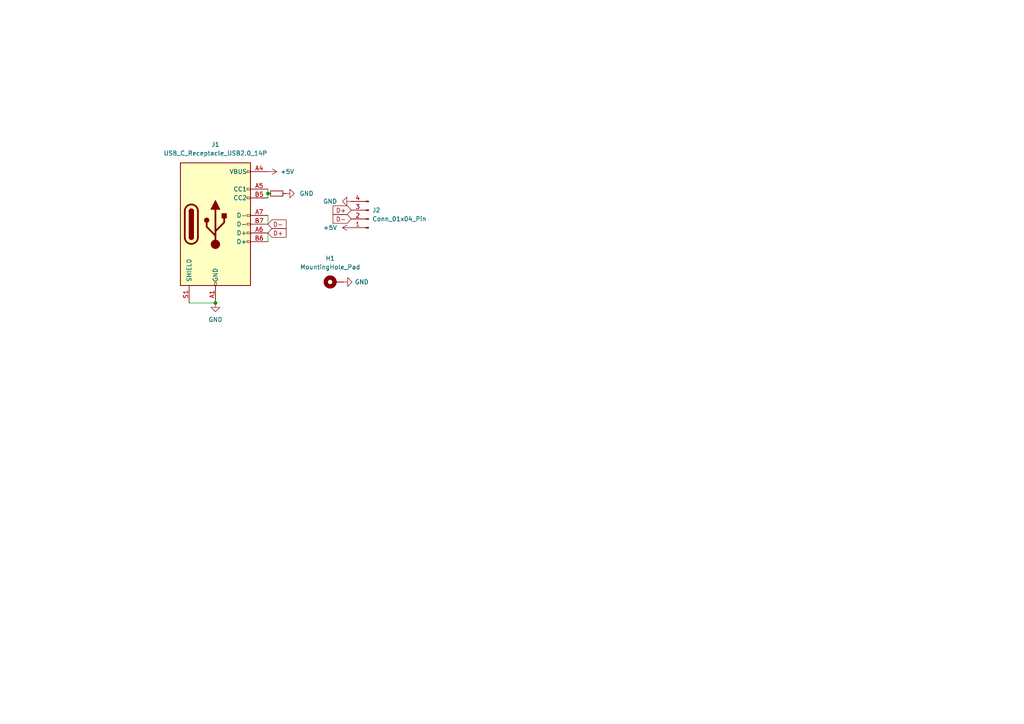
<source format=kicad_sch>
(kicad_sch
	(version 20240602)
	(generator "eeschema")
	(generator_version "8.99")
	(uuid "bbb0e3dd-9370-49a4-81ed-7ad2d4491072")
	(paper "A4")
	(lib_symbols
		(symbol "Connector:Conn_01x04_Pin"
			(pin_names
				(offset 1.016) hide)
			(exclude_from_sim no)
			(in_bom yes)
			(on_board yes)
			(property "Reference" "J"
				(at 0 5.08 0)
				(effects
					(font
						(size 1.27 1.27)
					)
				)
			)
			(property "Value" "Conn_01x04_Pin"
				(at 0 -7.62 0)
				(effects
					(font
						(size 1.27 1.27)
					)
				)
			)
			(property "Footprint" ""
				(at 0 0 0)
				(effects
					(font
						(size 1.27 1.27)
					)
					(hide yes)
				)
			)
			(property "Datasheet" "~"
				(at 0 0 0)
				(effects
					(font
						(size 1.27 1.27)
					)
					(hide yes)
				)
			)
			(property "Description" "Generic connector, single row, 01x04, script generated"
				(at 0 0 0)
				(effects
					(font
						(size 1.27 1.27)
					)
					(hide yes)
				)
			)
			(property "ki_locked" ""
				(at 0 0 0)
				(effects
					(font
						(size 1.27 1.27)
					)
				)
			)
			(property "ki_keywords" "connector"
				(at 0 0 0)
				(effects
					(font
						(size 1.27 1.27)
					)
					(hide yes)
				)
			)
			(property "ki_fp_filters" "Connector*:*_1x??_*"
				(at 0 0 0)
				(effects
					(font
						(size 1.27 1.27)
					)
					(hide yes)
				)
			)
			(symbol "Conn_01x04_Pin_1_1"
				(rectangle
					(start 0.8636 2.667)
					(end 0 2.413)
					(stroke
						(width 0.1524)
						(type default)
					)
					(fill
						(type outline)
					)
				)
				(rectangle
					(start 0.8636 0.127)
					(end 0 -0.127)
					(stroke
						(width 0.1524)
						(type default)
					)
					(fill
						(type outline)
					)
				)
				(rectangle
					(start 0.8636 -2.413)
					(end 0 -2.667)
					(stroke
						(width 0.1524)
						(type default)
					)
					(fill
						(type outline)
					)
				)
				(rectangle
					(start 0.8636 -4.953)
					(end 0 -5.207)
					(stroke
						(width 0.1524)
						(type default)
					)
					(fill
						(type outline)
					)
				)
				(polyline
					(pts
						(xy 1.27 2.54) (xy 0.8636 2.54)
					)
					(stroke
						(width 0.1524)
						(type default)
					)
					(fill
						(type none)
					)
				)
				(polyline
					(pts
						(xy 1.27 0) (xy 0.8636 0)
					)
					(stroke
						(width 0.1524)
						(type default)
					)
					(fill
						(type none)
					)
				)
				(polyline
					(pts
						(xy 1.27 -2.54) (xy 0.8636 -2.54)
					)
					(stroke
						(width 0.1524)
						(type default)
					)
					(fill
						(type none)
					)
				)
				(polyline
					(pts
						(xy 1.27 -5.08) (xy 0.8636 -5.08)
					)
					(stroke
						(width 0.1524)
						(type default)
					)
					(fill
						(type none)
					)
				)
				(pin passive line
					(at 5.08 2.54 180)
					(length 3.81)
					(name "Pin_1"
						(effects
							(font
								(size 1.27 1.27)
							)
						)
					)
					(number "1"
						(effects
							(font
								(size 1.27 1.27)
							)
						)
					)
				)
				(pin passive line
					(at 5.08 0 180)
					(length 3.81)
					(name "Pin_2"
						(effects
							(font
								(size 1.27 1.27)
							)
						)
					)
					(number "2"
						(effects
							(font
								(size 1.27 1.27)
							)
						)
					)
				)
				(pin passive line
					(at 5.08 -2.54 180)
					(length 3.81)
					(name "Pin_3"
						(effects
							(font
								(size 1.27 1.27)
							)
						)
					)
					(number "3"
						(effects
							(font
								(size 1.27 1.27)
							)
						)
					)
				)
				(pin passive line
					(at 5.08 -5.08 180)
					(length 3.81)
					(name "Pin_4"
						(effects
							(font
								(size 1.27 1.27)
							)
						)
					)
					(number "4"
						(effects
							(font
								(size 1.27 1.27)
							)
						)
					)
				)
			)
		)
		(symbol "Connector:USB_C_Receptacle_USB2.0_14P"
			(pin_names
				(offset 1.016)
			)
			(exclude_from_sim no)
			(in_bom yes)
			(on_board yes)
			(property "Reference" "J"
				(at 0 22.225 0)
				(effects
					(font
						(size 1.27 1.27)
					)
				)
			)
			(property "Value" "USB_C_Receptacle_USB2.0_14P"
				(at 0 19.685 0)
				(effects
					(font
						(size 1.27 1.27)
					)
				)
			)
			(property "Footprint" ""
				(at 3.81 0 0)
				(effects
					(font
						(size 1.27 1.27)
					)
					(hide yes)
				)
			)
			(property "Datasheet" "https://www.usb.org/sites/default/files/documents/usb_type-c.zip"
				(at 3.81 0 0)
				(effects
					(font
						(size 1.27 1.27)
					)
					(hide yes)
				)
			)
			(property "Description" "USB 2.0-only 14P Type-C Receptacle connector"
				(at 0 0 0)
				(effects
					(font
						(size 1.27 1.27)
					)
					(hide yes)
				)
			)
			(property "ki_keywords" "usb universal serial bus type-C USB2.0"
				(at 0 0 0)
				(effects
					(font
						(size 1.27 1.27)
					)
					(hide yes)
				)
			)
			(property "ki_fp_filters" "USB*C*Receptacle*"
				(at 0 0 0)
				(effects
					(font
						(size 1.27 1.27)
					)
					(hide yes)
				)
			)
			(symbol "USB_C_Receptacle_USB2.0_14P_0_0"
				(rectangle
					(start -0.254 -17.78)
					(end 0.254 -16.764)
					(stroke
						(width 0)
						(type default)
					)
					(fill
						(type none)
					)
				)
				(rectangle
					(start 10.16 15.494)
					(end 9.144 14.986)
					(stroke
						(width 0)
						(type default)
					)
					(fill
						(type none)
					)
				)
				(rectangle
					(start 10.16 10.414)
					(end 9.144 9.906)
					(stroke
						(width 0)
						(type default)
					)
					(fill
						(type none)
					)
				)
				(rectangle
					(start 10.16 7.874)
					(end 9.144 7.366)
					(stroke
						(width 0)
						(type default)
					)
					(fill
						(type none)
					)
				)
				(rectangle
					(start 10.16 2.794)
					(end 9.144 2.286)
					(stroke
						(width 0)
						(type default)
					)
					(fill
						(type none)
					)
				)
				(rectangle
					(start 10.16 0.254)
					(end 9.144 -0.254)
					(stroke
						(width 0)
						(type default)
					)
					(fill
						(type none)
					)
				)
				(rectangle
					(start 10.16 -2.286)
					(end 9.144 -2.794)
					(stroke
						(width 0)
						(type default)
					)
					(fill
						(type none)
					)
				)
				(rectangle
					(start 10.16 -4.826)
					(end 9.144 -5.334)
					(stroke
						(width 0)
						(type default)
					)
					(fill
						(type none)
					)
				)
			)
			(symbol "USB_C_Receptacle_USB2.0_14P_0_1"
				(rectangle
					(start -10.16 17.78)
					(end 10.16 -17.78)
					(stroke
						(width 0.254)
						(type default)
					)
					(fill
						(type background)
					)
				)
				(polyline
					(pts
						(xy -8.89 -3.81) (xy -8.89 3.81)
					)
					(stroke
						(width 0.508)
						(type default)
					)
					(fill
						(type none)
					)
				)
				(rectangle
					(start -7.62 -3.81)
					(end -6.35 3.81)
					(stroke
						(width 0.254)
						(type default)
					)
					(fill
						(type outline)
					)
				)
				(arc
					(start -7.62 3.81)
					(mid -6.985 4.4423)
					(end -6.35 3.81)
					(stroke
						(width 0.254)
						(type default)
					)
					(fill
						(type none)
					)
				)
				(arc
					(start -7.62 3.81)
					(mid -6.985 4.4423)
					(end -6.35 3.81)
					(stroke
						(width 0.254)
						(type default)
					)
					(fill
						(type outline)
					)
				)
				(arc
					(start -8.89 3.81)
					(mid -6.985 5.7067)
					(end -5.08 3.81)
					(stroke
						(width 0.508)
						(type default)
					)
					(fill
						(type none)
					)
				)
				(arc
					(start -5.08 -3.81)
					(mid -6.985 -5.7067)
					(end -8.89 -3.81)
					(stroke
						(width 0.508)
						(type default)
					)
					(fill
						(type none)
					)
				)
				(arc
					(start -6.35 -3.81)
					(mid -6.985 -4.4423)
					(end -7.62 -3.81)
					(stroke
						(width 0.254)
						(type default)
					)
					(fill
						(type none)
					)
				)
				(arc
					(start -6.35 -3.81)
					(mid -6.985 -4.4423)
					(end -7.62 -3.81)
					(stroke
						(width 0.254)
						(type default)
					)
					(fill
						(type outline)
					)
				)
				(polyline
					(pts
						(xy -5.08 3.81) (xy -5.08 -3.81)
					)
					(stroke
						(width 0.508)
						(type default)
					)
					(fill
						(type none)
					)
				)
				(circle
					(center -2.54 1.143)
					(radius 0.635)
					(stroke
						(width 0.254)
						(type default)
					)
					(fill
						(type outline)
					)
				)
				(polyline
					(pts
						(xy -1.27 4.318) (xy 0 6.858) (xy 1.27 4.318) (xy -1.27 4.318)
					)
					(stroke
						(width 0.254)
						(type default)
					)
					(fill
						(type outline)
					)
				)
				(polyline
					(pts
						(xy 0 -2.032) (xy 2.54 0.508) (xy 2.54 1.778)
					)
					(stroke
						(width 0.508)
						(type default)
					)
					(fill
						(type none)
					)
				)
				(polyline
					(pts
						(xy 0 -3.302) (xy -2.54 -0.762) (xy -2.54 0.508)
					)
					(stroke
						(width 0.508)
						(type default)
					)
					(fill
						(type none)
					)
				)
				(polyline
					(pts
						(xy 0 -5.842) (xy 0 4.318)
					)
					(stroke
						(width 0.508)
						(type default)
					)
					(fill
						(type none)
					)
				)
				(circle
					(center 0 -5.842)
					(radius 1.27)
					(stroke
						(width 0)
						(type default)
					)
					(fill
						(type outline)
					)
				)
				(rectangle
					(start 1.905 1.778)
					(end 3.175 3.048)
					(stroke
						(width 0.254)
						(type default)
					)
					(fill
						(type outline)
					)
				)
			)
			(symbol "USB_C_Receptacle_USB2.0_14P_1_1"
				(pin passive line
					(at -7.62 -22.86 90)
					(length 5.08)
					(name "SHIELD"
						(effects
							(font
								(size 1.27 1.27)
							)
						)
					)
					(number "S1"
						(effects
							(font
								(size 1.27 1.27)
							)
						)
					)
				)
				(pin passive line
					(at 0 -22.86 90)
					(length 5.08)
					(name "GND"
						(effects
							(font
								(size 1.27 1.27)
							)
						)
					)
					(number "A1"
						(effects
							(font
								(size 1.27 1.27)
							)
						)
					)
				)
				(pin passive line
					(at 0 -22.86 90)
					(length 5.08) hide
					(name "GND"
						(effects
							(font
								(size 1.27 1.27)
							)
						)
					)
					(number "A12"
						(effects
							(font
								(size 1.27 1.27)
							)
						)
					)
				)
				(pin passive line
					(at 0 -22.86 90)
					(length 5.08) hide
					(name "GND"
						(effects
							(font
								(size 1.27 1.27)
							)
						)
					)
					(number "B1"
						(effects
							(font
								(size 1.27 1.27)
							)
						)
					)
				)
				(pin passive line
					(at 0 -22.86 90)
					(length 5.08) hide
					(name "GND"
						(effects
							(font
								(size 1.27 1.27)
							)
						)
					)
					(number "B12"
						(effects
							(font
								(size 1.27 1.27)
							)
						)
					)
				)
				(pin passive line
					(at 15.24 15.24 180)
					(length 5.08)
					(name "VBUS"
						(effects
							(font
								(size 1.27 1.27)
							)
						)
					)
					(number "A4"
						(effects
							(font
								(size 1.27 1.27)
							)
						)
					)
				)
				(pin passive line
					(at 15.24 15.24 180)
					(length 5.08) hide
					(name "VBUS"
						(effects
							(font
								(size 1.27 1.27)
							)
						)
					)
					(number "A9"
						(effects
							(font
								(size 1.27 1.27)
							)
						)
					)
				)
				(pin passive line
					(at 15.24 15.24 180)
					(length 5.08) hide
					(name "VBUS"
						(effects
							(font
								(size 1.27 1.27)
							)
						)
					)
					(number "B4"
						(effects
							(font
								(size 1.27 1.27)
							)
						)
					)
				)
				(pin passive line
					(at 15.24 15.24 180)
					(length 5.08) hide
					(name "VBUS"
						(effects
							(font
								(size 1.27 1.27)
							)
						)
					)
					(number "B9"
						(effects
							(font
								(size 1.27 1.27)
							)
						)
					)
				)
				(pin bidirectional line
					(at 15.24 10.16 180)
					(length 5.08)
					(name "CC1"
						(effects
							(font
								(size 1.27 1.27)
							)
						)
					)
					(number "A5"
						(effects
							(font
								(size 1.27 1.27)
							)
						)
					)
				)
				(pin bidirectional line
					(at 15.24 7.62 180)
					(length 5.08)
					(name "CC2"
						(effects
							(font
								(size 1.27 1.27)
							)
						)
					)
					(number "B5"
						(effects
							(font
								(size 1.27 1.27)
							)
						)
					)
				)
				(pin bidirectional line
					(at 15.24 2.54 180)
					(length 5.08)
					(name "D-"
						(effects
							(font
								(size 1.27 1.27)
							)
						)
					)
					(number "A7"
						(effects
							(font
								(size 1.27 1.27)
							)
						)
					)
				)
				(pin bidirectional line
					(at 15.24 0 180)
					(length 5.08)
					(name "D-"
						(effects
							(font
								(size 1.27 1.27)
							)
						)
					)
					(number "B7"
						(effects
							(font
								(size 1.27 1.27)
							)
						)
					)
				)
				(pin bidirectional line
					(at 15.24 -2.54 180)
					(length 5.08)
					(name "D+"
						(effects
							(font
								(size 1.27 1.27)
							)
						)
					)
					(number "A6"
						(effects
							(font
								(size 1.27 1.27)
							)
						)
					)
				)
				(pin bidirectional line
					(at 15.24 -5.08 180)
					(length 5.08)
					(name "D+"
						(effects
							(font
								(size 1.27 1.27)
							)
						)
					)
					(number "B6"
						(effects
							(font
								(size 1.27 1.27)
							)
						)
					)
				)
			)
		)
		(symbol "Device:R_Small"
			(pin_numbers hide)
			(pin_names
				(offset 0.254) hide)
			(exclude_from_sim no)
			(in_bom yes)
			(on_board yes)
			(property "Reference" "R"
				(at 0.762 0.508 0)
				(effects
					(font
						(size 1.27 1.27)
					)
					(justify left)
				)
			)
			(property "Value" "R_Small"
				(at 0.762 -1.016 0)
				(effects
					(font
						(size 1.27 1.27)
					)
					(justify left)
				)
			)
			(property "Footprint" ""
				(at 0 0 0)
				(effects
					(font
						(size 1.27 1.27)
					)
					(hide yes)
				)
			)
			(property "Datasheet" "~"
				(at 0 0 0)
				(effects
					(font
						(size 1.27 1.27)
					)
					(hide yes)
				)
			)
			(property "Description" "Resistor, small symbol"
				(at 0 0 0)
				(effects
					(font
						(size 1.27 1.27)
					)
					(hide yes)
				)
			)
			(property "ki_keywords" "R resistor"
				(at 0 0 0)
				(effects
					(font
						(size 1.27 1.27)
					)
					(hide yes)
				)
			)
			(property "ki_fp_filters" "R_*"
				(at 0 0 0)
				(effects
					(font
						(size 1.27 1.27)
					)
					(hide yes)
				)
			)
			(symbol "R_Small_0_1"
				(rectangle
					(start -0.762 1.778)
					(end 0.762 -1.778)
					(stroke
						(width 0.2032)
						(type default)
					)
					(fill
						(type none)
					)
				)
			)
			(symbol "R_Small_1_1"
				(pin passive line
					(at 0 2.54 270)
					(length 0.762)
					(name "~"
						(effects
							(font
								(size 1.27 1.27)
							)
						)
					)
					(number "1"
						(effects
							(font
								(size 1.27 1.27)
							)
						)
					)
				)
				(pin passive line
					(at 0 -2.54 90)
					(length 0.762)
					(name "~"
						(effects
							(font
								(size 1.27 1.27)
							)
						)
					)
					(number "2"
						(effects
							(font
								(size 1.27 1.27)
							)
						)
					)
				)
			)
		)
		(symbol "Mechanical:MountingHole_Pad"
			(pin_numbers hide)
			(pin_names
				(offset 1.016) hide)
			(exclude_from_sim yes)
			(in_bom no)
			(on_board yes)
			(property "Reference" "H"
				(at 0 6.35 0)
				(effects
					(font
						(size 1.27 1.27)
					)
				)
			)
			(property "Value" "MountingHole_Pad"
				(at 0 4.445 0)
				(effects
					(font
						(size 1.27 1.27)
					)
				)
			)
			(property "Footprint" ""
				(at 0 0 0)
				(effects
					(font
						(size 1.27 1.27)
					)
					(hide yes)
				)
			)
			(property "Datasheet" "~"
				(at 0 0 0)
				(effects
					(font
						(size 1.27 1.27)
					)
					(hide yes)
				)
			)
			(property "Description" "Mounting Hole with connection"
				(at 0 0 0)
				(effects
					(font
						(size 1.27 1.27)
					)
					(hide yes)
				)
			)
			(property "ki_keywords" "mounting hole"
				(at 0 0 0)
				(effects
					(font
						(size 1.27 1.27)
					)
					(hide yes)
				)
			)
			(property "ki_fp_filters" "MountingHole*Pad*"
				(at 0 0 0)
				(effects
					(font
						(size 1.27 1.27)
					)
					(hide yes)
				)
			)
			(symbol "MountingHole_Pad_0_1"
				(circle
					(center 0 1.27)
					(radius 1.27)
					(stroke
						(width 1.27)
						(type default)
					)
					(fill
						(type none)
					)
				)
			)
			(symbol "MountingHole_Pad_1_1"
				(pin input line
					(at 0 -2.54 90)
					(length 2.54)
					(name "1"
						(effects
							(font
								(size 1.27 1.27)
							)
						)
					)
					(number "1"
						(effects
							(font
								(size 1.27 1.27)
							)
						)
					)
				)
			)
		)
		(symbol "power:+5V"
			(power)
			(pin_numbers hide)
			(pin_names
				(offset 0) hide)
			(exclude_from_sim no)
			(in_bom yes)
			(on_board yes)
			(property "Reference" "#PWR"
				(at 0 -3.81 0)
				(effects
					(font
						(size 1.27 1.27)
					)
					(hide yes)
				)
			)
			(property "Value" "+5V"
				(at 0 3.556 0)
				(effects
					(font
						(size 1.27 1.27)
					)
				)
			)
			(property "Footprint" ""
				(at 0 0 0)
				(effects
					(font
						(size 1.27 1.27)
					)
					(hide yes)
				)
			)
			(property "Datasheet" ""
				(at 0 0 0)
				(effects
					(font
						(size 1.27 1.27)
					)
					(hide yes)
				)
			)
			(property "Description" "Power symbol creates a global label with name \"+5V\""
				(at 0 0 0)
				(effects
					(font
						(size 1.27 1.27)
					)
					(hide yes)
				)
			)
			(property "ki_keywords" "global power"
				(at 0 0 0)
				(effects
					(font
						(size 1.27 1.27)
					)
					(hide yes)
				)
			)
			(symbol "+5V_0_1"
				(polyline
					(pts
						(xy -0.762 1.27) (xy 0 2.54)
					)
					(stroke
						(width 0)
						(type default)
					)
					(fill
						(type none)
					)
				)
				(polyline
					(pts
						(xy 0 2.54) (xy 0.762 1.27)
					)
					(stroke
						(width 0)
						(type default)
					)
					(fill
						(type none)
					)
				)
				(polyline
					(pts
						(xy 0 0) (xy 0 2.54)
					)
					(stroke
						(width 0)
						(type default)
					)
					(fill
						(type none)
					)
				)
			)
			(symbol "+5V_1_1"
				(pin power_in line
					(at 0 0 90)
					(length 0)
					(name "~"
						(effects
							(font
								(size 1.27 1.27)
							)
						)
					)
					(number "1"
						(effects
							(font
								(size 1.27 1.27)
							)
						)
					)
				)
			)
		)
		(symbol "power:GND"
			(power)
			(pin_numbers hide)
			(pin_names
				(offset 0) hide)
			(exclude_from_sim no)
			(in_bom yes)
			(on_board yes)
			(property "Reference" "#PWR"
				(at 0 -6.35 0)
				(effects
					(font
						(size 1.27 1.27)
					)
					(hide yes)
				)
			)
			(property "Value" "GND"
				(at 0 -3.81 0)
				(effects
					(font
						(size 1.27 1.27)
					)
				)
			)
			(property "Footprint" ""
				(at 0 0 0)
				(effects
					(font
						(size 1.27 1.27)
					)
					(hide yes)
				)
			)
			(property "Datasheet" ""
				(at 0 0 0)
				(effects
					(font
						(size 1.27 1.27)
					)
					(hide yes)
				)
			)
			(property "Description" "Power symbol creates a global label with name \"GND\" , ground"
				(at 0 0 0)
				(effects
					(font
						(size 1.27 1.27)
					)
					(hide yes)
				)
			)
			(property "ki_keywords" "global power"
				(at 0 0 0)
				(effects
					(font
						(size 1.27 1.27)
					)
					(hide yes)
				)
			)
			(symbol "GND_0_1"
				(polyline
					(pts
						(xy 0 0) (xy 0 -1.27) (xy 1.27 -1.27) (xy 0 -2.54) (xy -1.27 -1.27) (xy 0 -1.27)
					)
					(stroke
						(width 0)
						(type default)
					)
					(fill
						(type none)
					)
				)
			)
			(symbol "GND_1_1"
				(pin power_in line
					(at 0 0 270)
					(length 0)
					(name "~"
						(effects
							(font
								(size 1.27 1.27)
							)
						)
					)
					(number "1"
						(effects
							(font
								(size 1.27 1.27)
							)
						)
					)
				)
			)
		)
	)
	(junction
		(at 77.724 56.134)
		(diameter 0)
		(color 0 0 0 0)
		(uuid "549c35c6-fdec-49e1-a704-a47f3dcd5448")
	)
	(junction
		(at 62.484 87.884)
		(diameter 0)
		(color 0 0 0 0)
		(uuid "b42b1ad4-c6dd-4fe9-8512-217703a0d3ee")
	)
	(wire
		(pts
			(xy 77.724 67.564) (xy 77.724 70.104)
		)
		(stroke
			(width 0)
			(type default)
		)
		(uuid "3cba5f59-69b2-45a1-98d9-299b78cd233f")
	)
	(wire
		(pts
			(xy 54.864 87.884) (xy 62.484 87.884)
		)
		(stroke
			(width 0)
			(type default)
		)
		(uuid "59bc7094-dae5-49fd-8ec8-25f94a3217c3")
	)
	(wire
		(pts
			(xy 77.724 54.864) (xy 77.724 56.134)
		)
		(stroke
			(width 0)
			(type default)
		)
		(uuid "69c59bbe-9eea-4d57-a99d-1577f7fffa98")
	)
	(wire
		(pts
			(xy 77.724 56.134) (xy 77.724 57.404)
		)
		(stroke
			(width 0)
			(type default)
		)
		(uuid "a7328228-7be7-4d5b-9519-b53405c9d465")
	)
	(wire
		(pts
			(xy 77.724 62.484) (xy 77.724 65.024)
		)
		(stroke
			(width 0)
			(type default)
		)
		(uuid "a75dc8cf-4097-48c9-840a-83b85ae0a807")
	)
	(global_label "D+"
		(shape input)
		(at 101.854 60.96 180)
		(fields_autoplaced yes)
		(effects
			(font
				(size 1.27 1.27)
			)
			(justify right)
		)
		(uuid "302ed4a9-75e5-4135-a81c-cf462670c95a")
		(property "Intersheetrefs" "${INTERSHEET_REFS}"
			(at 96.0264 60.96 0)
			(effects
				(font
					(size 1.27 1.27)
				)
				(justify right)
				(hide yes)
			)
		)
	)
	(global_label "D-"
		(shape input)
		(at 101.854 63.5 180)
		(fields_autoplaced yes)
		(effects
			(font
				(size 1.27 1.27)
			)
			(justify right)
		)
		(uuid "83097575-1809-4521-843e-0b7d1328cd52")
		(property "Intersheetrefs" "${INTERSHEET_REFS}"
			(at 96.0264 63.5 0)
			(effects
				(font
					(size 1.27 1.27)
				)
				(justify right)
				(hide yes)
			)
		)
	)
	(global_label "D+"
		(shape input)
		(at 77.724 67.564 0)
		(fields_autoplaced yes)
		(effects
			(font
				(size 1.27 1.27)
			)
			(justify left)
		)
		(uuid "bda05d86-1266-45a4-8472-09571017cf68")
		(property "Intersheetrefs" "${INTERSHEET_REFS}"
			(at 83.5516 67.564 0)
			(effects
				(font
					(size 1.27 1.27)
				)
				(justify left)
				(hide yes)
			)
		)
	)
	(global_label "D-"
		(shape input)
		(at 77.724 65.024 0)
		(fields_autoplaced yes)
		(effects
			(font
				(size 1.27 1.27)
			)
			(justify left)
		)
		(uuid "ee84f7ba-651e-4e38-9844-a8b958675abf")
		(property "Intersheetrefs" "${INTERSHEET_REFS}"
			(at 83.5516 65.024 0)
			(effects
				(font
					(size 1.27 1.27)
				)
				(justify left)
				(hide yes)
			)
		)
	)
	(symbol
		(lib_id "power:GND")
		(at 101.854 58.42 270)
		(unit 1)
		(exclude_from_sim no)
		(in_bom yes)
		(on_board yes)
		(dnp no)
		(fields_autoplaced yes)
		(uuid "0b434a6e-19f0-4fec-885f-b5503eaaa069")
		(property "Reference" "#PWR05"
			(at 95.504 58.42 0)
			(effects
				(font
					(size 1.27 1.27)
				)
				(hide yes)
			)
		)
		(property "Value" "GND"
			(at 97.79 58.4199 90)
			(effects
				(font
					(size 1.27 1.27)
				)
				(justify right)
			)
		)
		(property "Footprint" ""
			(at 101.854 58.42 0)
			(effects
				(font
					(size 1.27 1.27)
				)
				(hide yes)
			)
		)
		(property "Datasheet" ""
			(at 101.854 58.42 0)
			(effects
				(font
					(size 1.27 1.27)
				)
				(hide yes)
			)
		)
		(property "Description" "Power symbol creates a global label with name \"GND\" , ground"
			(at 101.854 58.42 0)
			(effects
				(font
					(size 1.27 1.27)
				)
				(hide yes)
			)
		)
		(pin "1"
			(uuid "ad5b3658-2112-4d08-957f-bc06619d8978")
		)
		(instances
			(project "dtb"
				(path "/bbb0e3dd-9370-49a4-81ed-7ad2d4491072"
					(reference "#PWR05")
					(unit 1)
				)
			)
		)
	)
	(symbol
		(lib_id "power:GND")
		(at 82.804 56.134 90)
		(unit 1)
		(exclude_from_sim no)
		(in_bom yes)
		(on_board yes)
		(dnp no)
		(fields_autoplaced yes)
		(uuid "1bc67015-35a4-44a4-846c-7754e0cdef11")
		(property "Reference" "#PWR03"
			(at 89.154 56.134 0)
			(effects
				(font
					(size 1.27 1.27)
				)
				(hide yes)
			)
		)
		(property "Value" "GND"
			(at 86.868 56.1339 90)
			(effects
				(font
					(size 1.27 1.27)
				)
				(justify right)
			)
		)
		(property "Footprint" ""
			(at 82.804 56.134 0)
			(effects
				(font
					(size 1.27 1.27)
				)
				(hide yes)
			)
		)
		(property "Datasheet" ""
			(at 82.804 56.134 0)
			(effects
				(font
					(size 1.27 1.27)
				)
				(hide yes)
			)
		)
		(property "Description" "Power symbol creates a global label with name \"GND\" , ground"
			(at 82.804 56.134 0)
			(effects
				(font
					(size 1.27 1.27)
				)
				(hide yes)
			)
		)
		(pin "1"
			(uuid "a9907cb8-161e-4543-8c50-4cf0a3e5b1f4")
		)
		(instances
			(project "dtb"
				(path "/bbb0e3dd-9370-49a4-81ed-7ad2d4491072"
					(reference "#PWR03")
					(unit 1)
				)
			)
		)
	)
	(symbol
		(lib_id "Device:R_Small")
		(at 80.264 56.134 90)
		(unit 1)
		(exclude_from_sim no)
		(in_bom yes)
		(on_board yes)
		(dnp no)
		(fields_autoplaced yes)
		(uuid "4b546f4e-53f2-4f0e-bee9-ff450360c7db")
		(property "Reference" "R1"
			(at 80.264 50.8 90)
			(effects
				(font
					(size 1.27 1.27)
				)
				(hide yes)
			)
		)
		(property "Value" "R_Small"
			(at 80.264 53.34 90)
			(effects
				(font
					(size 1.27 1.27)
				)
				(hide yes)
			)
		)
		(property "Footprint" "Resistor_SMD:R_0603_1608Metric"
			(at 80.264 56.134 0)
			(effects
				(font
					(size 1.27 1.27)
				)
				(hide yes)
			)
		)
		(property "Datasheet" "~"
			(at 80.264 56.134 0)
			(effects
				(font
					(size 1.27 1.27)
				)
				(hide yes)
			)
		)
		(property "Description" "Resistor, small symbol"
			(at 80.264 56.134 0)
			(effects
				(font
					(size 1.27 1.27)
				)
				(hide yes)
			)
		)
		(pin "1"
			(uuid "c7186326-923f-44a9-bbd8-67dc06a22fed")
		)
		(pin "2"
			(uuid "ccd8c94b-95f2-4e32-8f26-ca0aa9eb2284")
		)
		(instances
			(project ""
				(path "/bbb0e3dd-9370-49a4-81ed-7ad2d4491072"
					(reference "R1")
					(unit 1)
				)
			)
		)
	)
	(symbol
		(lib_id "power:GND")
		(at 62.484 87.884 0)
		(unit 1)
		(exclude_from_sim no)
		(in_bom yes)
		(on_board yes)
		(dnp no)
		(fields_autoplaced yes)
		(uuid "4d00f6a4-a27d-45aa-990d-30a3c8b41b8f")
		(property "Reference" "#PWR02"
			(at 62.484 94.234 0)
			(effects
				(font
					(size 1.27 1.27)
				)
				(hide yes)
			)
		)
		(property "Value" "GND"
			(at 62.484 92.71 0)
			(effects
				(font
					(size 1.27 1.27)
				)
			)
		)
		(property "Footprint" ""
			(at 62.484 87.884 0)
			(effects
				(font
					(size 1.27 1.27)
				)
				(hide yes)
			)
		)
		(property "Datasheet" ""
			(at 62.484 87.884 0)
			(effects
				(font
					(size 1.27 1.27)
				)
				(hide yes)
			)
		)
		(property "Description" "Power symbol creates a global label with name \"GND\" , ground"
			(at 62.484 87.884 0)
			(effects
				(font
					(size 1.27 1.27)
				)
				(hide yes)
			)
		)
		(pin "1"
			(uuid "72d237e5-95df-42ac-8d73-ba03ea92997e")
		)
		(instances
			(project ""
				(path "/bbb0e3dd-9370-49a4-81ed-7ad2d4491072"
					(reference "#PWR02")
					(unit 1)
				)
			)
		)
	)
	(symbol
		(lib_id "power:+5V")
		(at 101.854 66.04 90)
		(unit 1)
		(exclude_from_sim no)
		(in_bom yes)
		(on_board yes)
		(dnp no)
		(fields_autoplaced yes)
		(uuid "6000a5a8-952a-49af-8d82-7c064214465d")
		(property "Reference" "#PWR04"
			(at 105.664 66.04 0)
			(effects
				(font
					(size 1.27 1.27)
				)
				(hide yes)
			)
		)
		(property "Value" "+5V"
			(at 97.79 66.0399 90)
			(effects
				(font
					(size 1.27 1.27)
				)
				(justify left)
			)
		)
		(property "Footprint" ""
			(at 101.854 66.04 0)
			(effects
				(font
					(size 1.27 1.27)
				)
				(hide yes)
			)
		)
		(property "Datasheet" ""
			(at 101.854 66.04 0)
			(effects
				(font
					(size 1.27 1.27)
				)
				(hide yes)
			)
		)
		(property "Description" "Power symbol creates a global label with name \"+5V\""
			(at 101.854 66.04 0)
			(effects
				(font
					(size 1.27 1.27)
				)
				(hide yes)
			)
		)
		(pin "1"
			(uuid "85c30f2e-1505-413c-94e2-9f8b880090e6")
		)
		(instances
			(project "dtb"
				(path "/bbb0e3dd-9370-49a4-81ed-7ad2d4491072"
					(reference "#PWR04")
					(unit 1)
				)
			)
		)
	)
	(symbol
		(lib_id "Mechanical:MountingHole_Pad")
		(at 97.028 81.788 90)
		(unit 1)
		(exclude_from_sim yes)
		(in_bom no)
		(on_board yes)
		(dnp no)
		(fields_autoplaced yes)
		(uuid "717da785-2b52-4ef3-b3b1-b2d9dfe8a0e8")
		(property "Reference" "H1"
			(at 95.758 74.93 90)
			(effects
				(font
					(size 1.27 1.27)
				)
			)
		)
		(property "Value" "MountingHole_Pad"
			(at 95.758 77.47 90)
			(effects
				(font
					(size 1.27 1.27)
				)
			)
		)
		(property "Footprint" "MountingHole:MountingHole_2.5mm_Pad"
			(at 97.028 81.788 0)
			(effects
				(font
					(size 1.27 1.27)
				)
				(hide yes)
			)
		)
		(property "Datasheet" "~"
			(at 97.028 81.788 0)
			(effects
				(font
					(size 1.27 1.27)
				)
				(hide yes)
			)
		)
		(property "Description" "Mounting Hole with connection"
			(at 97.028 81.788 0)
			(effects
				(font
					(size 1.27 1.27)
				)
				(hide yes)
			)
		)
		(pin "1"
			(uuid "d3876fb0-bd03-4d02-bf25-d8647e7826f1")
		)
		(instances
			(project ""
				(path "/bbb0e3dd-9370-49a4-81ed-7ad2d4491072"
					(reference "H1")
					(unit 1)
				)
			)
		)
	)
	(symbol
		(lib_id "power:GND")
		(at 99.568 81.788 90)
		(unit 1)
		(exclude_from_sim no)
		(in_bom yes)
		(on_board yes)
		(dnp no)
		(fields_autoplaced yes)
		(uuid "88bbb41d-ccb7-4efa-8bfe-3418ff081d9d")
		(property "Reference" "#PWR06"
			(at 105.918 81.788 0)
			(effects
				(font
					(size 1.27 1.27)
				)
				(hide yes)
			)
		)
		(property "Value" "GND"
			(at 102.87 81.7879 90)
			(effects
				(font
					(size 1.27 1.27)
				)
				(justify right)
			)
		)
		(property "Footprint" ""
			(at 99.568 81.788 0)
			(effects
				(font
					(size 1.27 1.27)
				)
				(hide yes)
			)
		)
		(property "Datasheet" ""
			(at 99.568 81.788 0)
			(effects
				(font
					(size 1.27 1.27)
				)
				(hide yes)
			)
		)
		(property "Description" "Power symbol creates a global label with name \"GND\" , ground"
			(at 99.568 81.788 0)
			(effects
				(font
					(size 1.27 1.27)
				)
				(hide yes)
			)
		)
		(pin "1"
			(uuid "450d7ac7-9237-48c2-a589-6285d25936f8")
		)
		(instances
			(project "dtb"
				(path "/bbb0e3dd-9370-49a4-81ed-7ad2d4491072"
					(reference "#PWR06")
					(unit 1)
				)
			)
		)
	)
	(symbol
		(lib_id "Connector:USB_C_Receptacle_USB2.0_14P")
		(at 62.484 65.024 0)
		(unit 1)
		(exclude_from_sim no)
		(in_bom yes)
		(on_board yes)
		(dnp no)
		(fields_autoplaced yes)
		(uuid "b133e8e5-b750-43ae-bb4a-3d082b5bcbef")
		(property "Reference" "J1"
			(at 62.484 41.91 0)
			(effects
				(font
					(size 1.27 1.27)
				)
			)
		)
		(property "Value" "USB_C_Receptacle_USB2.0_14P"
			(at 62.484 44.45 0)
			(effects
				(font
					(size 1.27 1.27)
				)
			)
		)
		(property "Footprint" "Connector_USB:USB_C_Receptacle_GCT_USB4105-xx-A_16P_TopMnt_Horizontal"
			(at 66.294 65.024 0)
			(effects
				(font
					(size 1.27 1.27)
				)
				(hide yes)
			)
		)
		(property "Datasheet" "https://www.usb.org/sites/default/files/documents/usb_type-c.zip"
			(at 66.294 65.024 0)
			(effects
				(font
					(size 1.27 1.27)
				)
				(hide yes)
			)
		)
		(property "Description" "USB 2.0-only 14P Type-C Receptacle connector"
			(at 62.484 65.024 0)
			(effects
				(font
					(size 1.27 1.27)
				)
				(hide yes)
			)
		)
		(pin "B5"
			(uuid "84f6da1d-0743-492f-aa75-8c014ce668e5")
		)
		(pin "B4"
			(uuid "690ba713-fae1-4415-b118-2f0e406096e9")
		)
		(pin "B7"
			(uuid "41fa35d9-6062-4dbd-a474-33d8f7d0a476")
		)
		(pin "B9"
			(uuid "313c7ecf-b0b1-4b79-891e-5ae9d6dc85c0")
		)
		(pin "B6"
			(uuid "560920fd-8499-465f-85cd-b3396c7720f4")
		)
		(pin "A1"
			(uuid "2631bc10-93c3-46f0-ae8e-7b028d847b9d")
		)
		(pin "A9"
			(uuid "ff81dd5c-d333-4c1f-adc0-34f5f37e69ec")
		)
		(pin "A6"
			(uuid "25917774-487a-41fa-830f-611aa062ef3b")
		)
		(pin "A12"
			(uuid "4ef1716d-ce21-4954-94c7-fde6e6a984c5")
		)
		(pin "A5"
			(uuid "c86a7735-33c9-4924-8714-f299eece191f")
		)
		(pin "B12"
			(uuid "e609d7b9-4238-40f5-b299-3b7912034d93")
		)
		(pin "S1"
			(uuid "f9b43ae6-2f56-44d0-82f3-2d01db86307d")
		)
		(pin "A7"
			(uuid "ca815fcf-71ce-4d3d-af56-f60fdf0faf30")
		)
		(pin "A4"
			(uuid "ce7c8aa4-dd45-4ac8-80f9-5bf763007ef9")
		)
		(pin "B1"
			(uuid "885b1885-6601-4d2c-9c0e-4db311521f67")
		)
		(instances
			(project ""
				(path "/bbb0e3dd-9370-49a4-81ed-7ad2d4491072"
					(reference "J1")
					(unit 1)
				)
			)
		)
	)
	(symbol
		(lib_id "power:+5V")
		(at 77.724 49.784 270)
		(unit 1)
		(exclude_from_sim no)
		(in_bom yes)
		(on_board yes)
		(dnp no)
		(fields_autoplaced yes)
		(uuid "d40538e6-3f88-4e26-ab54-41a321c10d56")
		(property "Reference" "#PWR01"
			(at 73.914 49.784 0)
			(effects
				(font
					(size 1.27 1.27)
				)
				(hide yes)
			)
		)
		(property "Value" "+5V"
			(at 81.28 49.7839 90)
			(effects
				(font
					(size 1.27 1.27)
				)
				(justify left)
			)
		)
		(property "Footprint" ""
			(at 77.724 49.784 0)
			(effects
				(font
					(size 1.27 1.27)
				)
				(hide yes)
			)
		)
		(property "Datasheet" ""
			(at 77.724 49.784 0)
			(effects
				(font
					(size 1.27 1.27)
				)
				(hide yes)
			)
		)
		(property "Description" "Power symbol creates a global label with name \"+5V\""
			(at 77.724 49.784 0)
			(effects
				(font
					(size 1.27 1.27)
				)
				(hide yes)
			)
		)
		(pin "1"
			(uuid "8bc56e66-8385-4c27-9d00-9e1751ec6b71")
		)
		(instances
			(project ""
				(path "/bbb0e3dd-9370-49a4-81ed-7ad2d4491072"
					(reference "#PWR01")
					(unit 1)
				)
			)
		)
	)
	(symbol
		(lib_id "Connector:Conn_01x04_Pin")
		(at 106.934 63.5 180)
		(unit 1)
		(exclude_from_sim no)
		(in_bom yes)
		(on_board yes)
		(dnp no)
		(fields_autoplaced yes)
		(uuid "e44b2427-1948-48c8-880a-589702b606f5")
		(property "Reference" "J2"
			(at 107.95 60.9599 0)
			(effects
				(font
					(size 1.27 1.27)
				)
				(justify right)
			)
		)
		(property "Value" "Conn_01x04_Pin"
			(at 107.95 63.4999 0)
			(effects
				(font
					(size 1.27 1.27)
				)
				(justify right)
			)
		)
		(property "Footprint" "Connector_JST:JST_SH_SM04B-SRSS-TB_1x04-1MP_P1.00mm_Horizontal"
			(at 106.934 63.5 0)
			(effects
				(font
					(size 1.27 1.27)
				)
				(hide yes)
			)
		)
		(property "Datasheet" "~"
			(at 106.934 63.5 0)
			(effects
				(font
					(size 1.27 1.27)
				)
				(hide yes)
			)
		)
		(property "Description" "Generic connector, single row, 01x04, script generated"
			(at 106.934 63.5 0)
			(effects
				(font
					(size 1.27 1.27)
				)
				(hide yes)
			)
		)
		(pin "1"
			(uuid "e6ff74bc-4784-4716-9fb7-370d3617260c")
		)
		(pin "4"
			(uuid "3b8dcdef-0b0c-4010-8398-682530c95252")
		)
		(pin "2"
			(uuid "bceeed33-c5ed-413f-8ec9-37e41da6f5fc")
		)
		(pin "3"
			(uuid "f66025dc-8551-43ff-aeff-4b409f55d425")
		)
		(instances
			(project ""
				(path "/bbb0e3dd-9370-49a4-81ed-7ad2d4491072"
					(reference "J2")
					(unit 1)
				)
			)
		)
	)
	(sheet_instances
		(path "/"
			(page "1")
		)
	)
)

</source>
